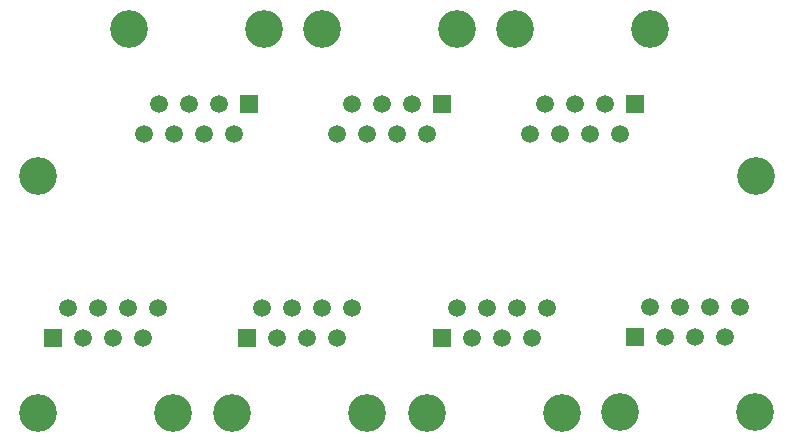
<source format=gbs>
%TF.GenerationSoftware,KiCad,Pcbnew,8.0.1-rc1*%
%TF.CreationDate,2024-12-17T18:21:38-05:00*%
%TF.ProjectId,Projet moustache,50726f6a-6574-4206-9d6f-757374616368,rev?*%
%TF.SameCoordinates,Original*%
%TF.FileFunction,Soldermask,Bot*%
%TF.FilePolarity,Negative*%
%FSLAX46Y46*%
G04 Gerber Fmt 4.6, Leading zero omitted, Abs format (unit mm)*
G04 Created by KiCad (PCBNEW 8.0.1-rc1) date 2024-12-17 18:21:38*
%MOMM*%
%LPD*%
G01*
G04 APERTURE LIST*
%ADD10C,3.200000*%
%ADD11R,1.500000X1.500000*%
%ADD12C,1.500000*%
G04 APERTURE END LIST*
D10*
%TO.C,H1*%
X99300000Y-54300000D03*
%TD*%
%TO.C,BNOF*%
X151140000Y-41867954D03*
X139710000Y-41867954D03*
D11*
X149870000Y-48217954D03*
D12*
X148600000Y-50757954D03*
X147330000Y-48217954D03*
X146060000Y-50757954D03*
X144790000Y-48217954D03*
X143520000Y-50757954D03*
X142250000Y-48217954D03*
X140980000Y-50757954D03*
%TD*%
D10*
%TO.C,EXT2*%
X99340001Y-74333924D03*
X110770001Y-74333924D03*
D11*
X100610001Y-67983924D03*
D12*
X101880001Y-65443924D03*
X103150001Y-67983924D03*
X104420001Y-65443924D03*
X105690001Y-67983924D03*
X106960001Y-65443924D03*
X108230001Y-67983924D03*
X109500001Y-65443924D03*
%TD*%
D10*
%TO.C,BNOT*%
X132240001Y-74333924D03*
X143670001Y-74333924D03*
D11*
X133510001Y-67983924D03*
D12*
X134780001Y-65443924D03*
X136050001Y-67983924D03*
X137320001Y-65443924D03*
X138590001Y-67983924D03*
X139860001Y-65443924D03*
X141130001Y-67983924D03*
X142400001Y-65443924D03*
%TD*%
D10*
%TO.C,MOTH*%
X118420000Y-41851383D03*
X106990000Y-41851383D03*
D11*
X117150000Y-48201383D03*
D12*
X115880000Y-50741383D03*
X114610000Y-48201383D03*
X113340000Y-50741383D03*
X112070000Y-48201383D03*
X110800000Y-50741383D03*
X109530000Y-48201383D03*
X108260000Y-50741383D03*
%TD*%
D10*
%TO.C,H2*%
X160100000Y-54300000D03*
%TD*%
%TO.C,EXT1*%
X148570000Y-74300000D03*
X160000000Y-74300000D03*
D11*
X149840000Y-67950000D03*
D12*
X151110000Y-65410000D03*
X152380000Y-67950000D03*
X153650000Y-65410000D03*
X154920000Y-67950000D03*
X156190000Y-65410000D03*
X157460000Y-67950000D03*
X158730000Y-65410000D03*
%TD*%
D10*
%TO.C,MOTG*%
X115740001Y-74333924D03*
X127170001Y-74333924D03*
D11*
X117010001Y-67983924D03*
D12*
X118280001Y-65443924D03*
X119550001Y-67983924D03*
X120820001Y-65443924D03*
X122090001Y-67983924D03*
X123360001Y-65443924D03*
X124630001Y-67983924D03*
X125900001Y-65443924D03*
%TD*%
D10*
%TO.C,INPUT*%
X134812500Y-41867954D03*
X123382500Y-41867954D03*
D11*
X133542500Y-48217954D03*
D12*
X132272500Y-50757954D03*
X131002500Y-48217954D03*
X129732500Y-50757954D03*
X128462500Y-48217954D03*
X127192500Y-50757954D03*
X125922500Y-48217954D03*
X124652500Y-50757954D03*
%TD*%
M02*

</source>
